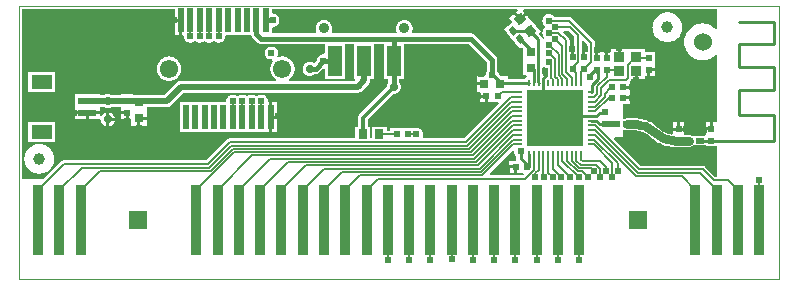
<source format=gtl>
G04*
G04 #@! TF.GenerationSoftware,Altium Limited,Altium Designer,19.0.15 (446)*
G04*
G04 Layer_Physical_Order=1*
G04 Layer_Color=255*
%FSLAX24Y24*%
%MOIN*%
G70*
G01*
G75*
%ADD12C,0.0060*%
%ADD16C,0.0005*%
%ADD17R,0.0197X0.0236*%
%ADD18R,0.0300X0.0320*%
%ADD19R,0.0256X0.0197*%
%ADD20R,0.0236X0.0217*%
%ADD21O,0.0256X0.0079*%
%ADD22O,0.0079X0.0256*%
%ADD23R,0.1850X0.1850*%
%ADD25R,0.0610X0.0236*%
%ADD26R,0.0709X0.0472*%
%ADD27R,0.0472X0.0984*%
%ADD28R,0.0315X0.0295*%
%ADD29C,0.0394*%
G04:AMPARAMS|DCode=30|XSize=31.5mil|YSize=29.5mil|CornerRadius=0mil|HoleSize=0mil|Usage=FLASHONLY|Rotation=40.000|XOffset=0mil|YOffset=0mil|HoleType=Round|Shape=Rectangle|*
%AMROTATEDRECTD30*
4,1,4,-0.0026,-0.0214,-0.0216,0.0012,0.0026,0.0214,0.0216,-0.0012,-0.0026,-0.0214,0.0*
%
%ADD30ROTATEDRECTD30*%

G04:AMPARAMS|DCode=31|XSize=19.7mil|YSize=25.6mil|CornerRadius=0mil|HoleSize=0mil|Usage=FLASHONLY|Rotation=40.000|XOffset=0mil|YOffset=0mil|HoleType=Round|Shape=Rectangle|*
%AMROTATEDRECTD31*
4,1,4,0.0007,-0.0161,-0.0158,0.0035,-0.0007,0.0161,0.0158,-0.0035,0.0007,-0.0161,0.0*
%
%ADD31ROTATEDRECTD31*%

%ADD32R,0.0236X0.0197*%
%ADD33R,0.0374X0.0335*%
%ADD34R,0.0295X0.0315*%
%ADD55C,0.0610*%
%ADD59C,0.0300*%
%ADD60C,0.0276*%
%ADD61R,0.0354X0.2362*%
%ADD62R,0.0197X0.0787*%
%ADD63C,0.0100*%
%ADD64C,0.0120*%
%ADD65C,0.0090*%
%ADD66C,0.0200*%
%ADD67C,0.0150*%
%ADD68C,0.0110*%
%ADD69C,0.0080*%
%ADD70C,0.0354*%
%ADD71R,0.0600X0.0600*%
%ADD72C,0.0600*%
%ADD73C,0.0240*%
%ADD74C,0.0260*%
G36*
X23269Y8361D02*
X23219Y8342D01*
X23215Y8346D01*
X23179Y8379D01*
X23142Y8409D01*
X23102Y8435D01*
X23060Y8459D01*
X23016Y8479D01*
X22971Y8496D01*
X22925Y8509D01*
X22878Y8518D01*
X22830Y8524D01*
X22782Y8526D01*
X22734Y8524D01*
X22686Y8518D01*
X22639Y8509D01*
X22593Y8496D01*
X22547Y8479D01*
X22504Y8459D01*
X22462Y8435D01*
X22422Y8409D01*
X22384Y8379D01*
X22349Y8346D01*
X22316Y8311D01*
X22286Y8273D01*
X22260Y8233D01*
X22236Y8191D01*
X22216Y8148D01*
X22199Y8103D01*
X22186Y8056D01*
X22177Y8009D01*
X22171Y7961D01*
X22169Y7913D01*
X22171Y7865D01*
X22177Y7818D01*
X22186Y7770D01*
X22199Y7724D01*
X22216Y7679D01*
X22236Y7635D01*
X22260Y7593D01*
X22286Y7553D01*
X22316Y7516D01*
X22349Y7480D01*
X22384Y7448D01*
X22422Y7418D01*
X22462Y7391D01*
X22504Y7368D01*
X22547Y7348D01*
X22593Y7331D01*
X22639Y7318D01*
X22686Y7309D01*
X22734Y7303D01*
X22782Y7301D01*
X22830Y7303D01*
X22878Y7309D01*
X22925Y7318D01*
X22971Y7331D01*
X23016Y7348D01*
X23060Y7368D01*
X23102Y7391D01*
X23142Y7418D01*
X23179Y7448D01*
X23215Y7480D01*
X23219Y7485D01*
X23269Y7466D01*
Y5224D01*
X23129D01*
Y5006D01*
X23079D01*
Y4956D01*
X22881D01*
Y4808D01*
X22881Y4787D01*
X22842Y4760D01*
X22531D01*
X22531Y4760D01*
X22513D01*
Y4760D01*
X22461Y4760D01*
X22456Y4764D01*
X22435Y4779D01*
X22411Y4791D01*
X22386Y4799D01*
X22361Y4804D01*
X22334Y4806D01*
X22180D01*
Y4952D01*
X21783D01*
Y4858D01*
X21733Y4818D01*
X21717Y4821D01*
X21667Y4832D01*
X21617Y4847D01*
X21569Y4866D01*
X21522Y4887D01*
X21476Y4911D01*
X21432Y4939D01*
X21390Y4969D01*
X21350Y5001D01*
X21349Y5003D01*
X21313Y5037D01*
X21313Y5037D01*
X21268Y5080D01*
X21221Y5119D01*
X21171Y5157D01*
X21120Y5191D01*
X21067Y5222D01*
X21012Y5251D01*
X20955Y5276D01*
X20897Y5298D01*
X20839Y5317D01*
X20779Y5332D01*
X20718Y5344D01*
X20657Y5353D01*
X20595Y5358D01*
X20533Y5360D01*
Y5360D01*
X20266D01*
X20240Y5358D01*
X20214Y5353D01*
X20189Y5345D01*
X20170Y5335D01*
X20151Y5341D01*
X20127Y5354D01*
X20119Y5362D01*
Y5841D01*
X20364D01*
Y5990D01*
X20146D01*
Y6090D01*
X20364D01*
Y6191D01*
X20364D01*
Y6340D01*
X20146D01*
Y6440D01*
X20364D01*
Y6588D01*
X20390Y6627D01*
X20394Y6633D01*
X20405Y6650D01*
X20413Y6669D01*
X20415Y6676D01*
X20524D01*
Y6943D01*
X20624D01*
Y6676D01*
X20861D01*
Y6755D01*
X20939D01*
Y6973D01*
X20989D01*
Y7023D01*
X21187D01*
Y7148D01*
Y7585D01*
X20861D01*
Y7663D01*
X20053D01*
Y7396D01*
X19953D01*
Y7663D01*
X19716D01*
Y7585D01*
X19639D01*
Y7366D01*
X19539D01*
Y7585D01*
X19299D01*
Y7366D01*
X19199D01*
Y7585D01*
X19191D01*
Y7885D01*
X19190Y7906D01*
X19185Y7926D01*
X19177Y7945D01*
X19167Y7962D01*
X19153Y7978D01*
X18423Y8708D01*
X18407Y8721D01*
X18390Y8732D01*
X18371Y8740D01*
X18351Y8745D01*
X18331Y8746D01*
X17838D01*
X17836Y8750D01*
X17817Y8772D01*
X17795Y8791D01*
X17771Y8807D01*
X17745Y8820D01*
X17718Y8829D01*
X17689Y8834D01*
X17661Y8836D01*
X17632Y8834D01*
X17604Y8829D01*
X17576Y8820D01*
X17550Y8807D01*
X17526Y8791D01*
X17505Y8772D01*
X17486Y8750D01*
X17470Y8726D01*
X17457Y8700D01*
X17448Y8673D01*
X17442Y8645D01*
X17440Y8616D01*
X17442Y8587D01*
X17448Y8559D01*
X17457Y8531D01*
X17470Y8506D01*
X17486Y8482D01*
X17505Y8460D01*
X17520Y8447D01*
X17524Y8416D01*
X17520Y8385D01*
X17505Y8372D01*
X17486Y8350D01*
X17470Y8326D01*
X17457Y8300D01*
X17448Y8273D01*
X17442Y8245D01*
X17440Y8216D01*
X17442Y8187D01*
X17448Y8159D01*
X17457Y8131D01*
X17470Y8106D01*
X17486Y8082D01*
X17505Y8060D01*
X17512Y8054D01*
X17508Y8002D01*
X17506Y8001D01*
X17489Y8003D01*
X17451Y8026D01*
X17450Y8032D01*
X17441Y8053D01*
X17429Y8072D01*
X17414Y8090D01*
X17344Y8160D01*
X17346Y8210D01*
X17386Y8244D01*
X17068Y8623D01*
X17068Y8623D01*
X17045Y8651D01*
X16918Y8802D01*
X16721Y8637D01*
X16688Y8675D01*
X16650Y8643D01*
X16491Y8833D01*
X16332Y8699D01*
X16451Y8557D01*
X16170Y8322D01*
X16379Y8074D01*
X16411Y8035D01*
X16704Y7686D01*
X16752Y7726D01*
X16791Y7686D01*
Y7330D01*
X16791D01*
Y7294D01*
X16791D01*
Y6798D01*
X16900D01*
X16915Y6765D01*
X16916Y6748D01*
X16904Y6738D01*
X16890Y6721D01*
X16878Y6703D01*
X16871Y6686D01*
X16282D01*
Y6767D01*
X16049D01*
X15990Y6826D01*
X15989Y6836D01*
X15983Y6864D01*
X15974Y6892D01*
X15961Y6917D01*
X15946Y6941D01*
Y7315D01*
X15944Y7338D01*
X15940Y7360D01*
X15933Y7382D01*
X15922Y7403D01*
X15910Y7422D01*
X15894Y7439D01*
X15191Y8143D01*
X15174Y8158D01*
X15155Y8170D01*
X15134Y8181D01*
X15112Y8188D01*
X15090Y8192D01*
X15067Y8194D01*
X13122D01*
X13098Y8229D01*
X13092Y8244D01*
X13102Y8268D01*
X13111Y8298D01*
X13116Y8329D01*
X13118Y8360D01*
X13116Y8391D01*
X13111Y8421D01*
X13102Y8451D01*
X13090Y8480D01*
X13075Y8507D01*
X13057Y8533D01*
X13036Y8556D01*
X13013Y8577D01*
X12988Y8595D01*
X12960Y8610D01*
X12932Y8622D01*
X12902Y8630D01*
X12871Y8635D01*
X12840Y8637D01*
X12809Y8635D01*
X12778Y8630D01*
X12748Y8622D01*
X12720Y8610D01*
X12692Y8595D01*
X12667Y8577D01*
X12644Y8556D01*
X12623Y8533D01*
X12605Y8507D01*
X12590Y8480D01*
X12578Y8451D01*
X12569Y8421D01*
X12564Y8391D01*
X12562Y8360D01*
X12564Y8329D01*
X12569Y8298D01*
X12578Y8268D01*
X12588Y8244D01*
X12582Y8229D01*
X12558Y8194D01*
X10445D01*
X10420Y8229D01*
X10415Y8244D01*
X10425Y8268D01*
X10433Y8298D01*
X10439Y8329D01*
X10440Y8360D01*
X10439Y8391D01*
X10433Y8421D01*
X10425Y8451D01*
X10413Y8480D01*
X10398Y8507D01*
X10380Y8533D01*
X10359Y8556D01*
X10336Y8577D01*
X10310Y8595D01*
X10283Y8610D01*
X10254Y8622D01*
X10225Y8630D01*
X10194Y8635D01*
X10163Y8637D01*
X10132Y8635D01*
X10101Y8630D01*
X10071Y8622D01*
X10042Y8610D01*
X10015Y8595D01*
X9990Y8577D01*
X9967Y8556D01*
X9946Y8533D01*
X9928Y8507D01*
X9913Y8480D01*
X9901Y8451D01*
X9892Y8421D01*
X9887Y8391D01*
X9885Y8360D01*
X9887Y8329D01*
X9892Y8298D01*
X9901Y8268D01*
X9911Y8244D01*
X9905Y8229D01*
X9881Y8194D01*
X8426D01*
Y8362D01*
X8458Y8410D01*
X8487Y8411D01*
X8515Y8417D01*
X8542Y8426D01*
X8568Y8439D01*
X8592Y8455D01*
X8614Y8474D01*
X8633Y8496D01*
X8649Y8520D01*
X8662Y8546D01*
X8671Y8573D01*
X8677Y8601D01*
X8679Y8630D01*
X8677Y8659D01*
X8671Y8687D01*
X8662Y8714D01*
X8649Y8740D01*
X8633Y8764D01*
X8614Y8786D01*
X8592Y8805D01*
X8568Y8821D01*
X8542Y8834D01*
X8515Y8843D01*
X8487Y8849D01*
X8458Y8851D01*
X8426Y8899D01*
Y8991D01*
X16607D01*
X16624Y8945D01*
X16567Y8897D01*
X16695Y8746D01*
X16853Y8879D01*
X16797Y8946D01*
X16818Y8991D01*
X23269D01*
Y8361D01*
D02*
G37*
G36*
X18931Y7831D02*
Y7624D01*
X18879D01*
Y7406D01*
X18779D01*
Y7624D01*
X18772D01*
Y7925D01*
X18818Y7944D01*
X18931Y7831D01*
D02*
G37*
G36*
X18511Y8093D02*
Y7624D01*
X18499D01*
Y7406D01*
X18399D01*
Y7624D01*
X18349D01*
Y7968D01*
X18347Y7989D01*
X18342Y8008D01*
X18334Y8027D01*
X18324Y8045D01*
X18310Y8060D01*
X18132Y8239D01*
X18151Y8285D01*
X18319D01*
X18511Y8093D01*
D02*
G37*
G36*
X17526Y7061D02*
X17550Y7045D01*
X17576Y7032D01*
X17604Y7023D01*
X17616Y7020D01*
Y6778D01*
X17611Y6777D01*
X17589Y6772D01*
X17569Y6764D01*
X17554Y6754D01*
X17539Y6764D01*
X17518Y6772D01*
X17497Y6777D01*
X17475Y6779D01*
X17457Y6796D01*
Y7059D01*
X17499Y7077D01*
X17507Y7078D01*
X17526Y7061D01*
D02*
G37*
G36*
X15595Y7242D02*
Y6941D01*
X15580Y6917D01*
X15567Y6892D01*
X15558Y6864D01*
X15552Y6836D01*
X15550Y6807D01*
X15506Y6767D01*
X15256D01*
Y6560D01*
X15503D01*
Y6460D01*
X15256D01*
Y6252D01*
X15354D01*
Y6150D01*
X15572D01*
Y6100D01*
X15622D01*
Y5901D01*
X15975D01*
X15994Y5855D01*
X14831Y4692D01*
X13485D01*
X13461Y4722D01*
X13453Y4742D01*
X13460Y4763D01*
X13465Y4791D01*
X13467Y4820D01*
X13465Y4849D01*
X13460Y4877D01*
X13451Y4904D01*
X13438Y4930D01*
X13422Y4954D01*
X13403Y4976D01*
X13381Y4995D01*
X13357Y5011D01*
X13331Y5024D01*
X13304Y5033D01*
X13276Y5039D01*
X13247Y5040D01*
X13218Y5039D01*
X13190Y5033D01*
X13176Y5028D01*
X12365D01*
Y4950D01*
X12255D01*
Y5080D01*
X11755D01*
Y4692D01*
X11705D01*
Y5080D01*
X11616D01*
Y5312D01*
X12478Y6174D01*
X12488Y6174D01*
X12515Y6175D01*
X12541Y6180D01*
X12567Y6187D01*
X12592Y6197D01*
X12615Y6210D01*
X12637Y6226D01*
X12657Y6243D01*
X12675Y6263D01*
X12690Y6285D01*
X12703Y6308D01*
X12713Y6333D01*
X12721Y6359D01*
X12725Y6385D01*
X12727Y6412D01*
X12725Y6438D01*
X12721Y6465D01*
X12713Y6490D01*
X12703Y6515D01*
X12690Y6538D01*
X12675Y6560D01*
X12661Y6575D01*
Y6685D01*
X12822D01*
Y7843D01*
X14994D01*
X15595Y7242D01*
D02*
G37*
G36*
X16490Y4272D02*
X16499Y4265D01*
X16501Y4240D01*
X16507Y4212D01*
X16516Y4185D01*
X16529Y4159D01*
X16545Y4135D01*
X16564Y4113D01*
X16569Y4108D01*
Y4029D01*
X16571Y4006D01*
X16573Y3998D01*
X16550Y3958D01*
X16543Y3951D01*
X16537Y3948D01*
X16334D01*
Y3800D01*
X16552D01*
Y3750D01*
X16602D01*
Y3551D01*
X16794D01*
X16818Y3501D01*
X16804Y3482D01*
X15711D01*
X15692Y3528D01*
X16450Y4287D01*
X16490Y4272D01*
D02*
G37*
G36*
X20189Y4974D02*
X20214Y4966D01*
X20240Y4961D01*
X20266Y4959D01*
X20533D01*
X20537Y4959D01*
X20583Y4958D01*
X20633Y4952D01*
X20683Y4944D01*
X20731Y4931D01*
X20779Y4915D01*
X20825Y4896D01*
X20870Y4874D01*
X20913Y4848D01*
X20954Y4820D01*
X20993Y4788D01*
X20994Y4788D01*
X21030Y4754D01*
X21030Y4754D01*
X21078Y4708D01*
X21129Y4665D01*
X21182Y4624D01*
X21238Y4587D01*
X21295Y4553D01*
X21355Y4523D01*
X21416Y4496D01*
X21478Y4472D01*
X21542Y4451D01*
X21606Y4435D01*
X21672Y4422D01*
X21738Y4412D01*
X21805Y4407D01*
X21871Y4405D01*
Y4405D01*
X22334D01*
X22361Y4407D01*
X22386Y4412D01*
X22411Y4420D01*
X22435Y4432D01*
X22456Y4446D01*
X22466Y4455D01*
X22513Y4464D01*
X22531D01*
X22531Y4464D01*
X22887D01*
Y4464D01*
X22931Y4450D01*
Y4444D01*
X23228D01*
X23269Y4423D01*
Y3419D01*
X23202D01*
X22874Y3747D01*
X22859Y3760D01*
X22841Y3771D01*
X22822Y3779D01*
X22802Y3784D01*
X22782Y3785D01*
X20734D01*
X19836Y4683D01*
X19855Y4730D01*
X20119D01*
Y4957D01*
X20127Y4965D01*
X20151Y4978D01*
X20170Y4984D01*
X20189Y4974D01*
D02*
G37*
G36*
X5195Y8680D02*
X5393D01*
Y8630D01*
X5443D01*
Y8135D01*
X5488Y8100D01*
X5490Y8071D01*
X5495Y8043D01*
X5505Y8016D01*
X5517Y7990D01*
X5533Y7966D01*
X5552Y7944D01*
X5574Y7925D01*
X5598Y7909D01*
X5624Y7896D01*
X5651Y7887D01*
X5680Y7881D01*
X5708Y7880D01*
X5737Y7881D01*
X5765Y7887D01*
X5793Y7896D01*
X5819Y7909D01*
X5843Y7925D01*
X5866Y7943D01*
X5889Y7925D01*
X5913Y7909D01*
X5939Y7896D01*
X5966Y7887D01*
X5995Y7881D01*
X6023Y7880D01*
X6052Y7881D01*
X6080Y7887D01*
X6108Y7896D01*
X6134Y7909D01*
X6158Y7925D01*
X6179Y7944D01*
X6182D01*
X6203Y7925D01*
X6227Y7909D01*
X6253Y7896D01*
X6280Y7887D01*
X6309Y7881D01*
X6338Y7880D01*
X6366Y7881D01*
X6395Y7887D01*
X6422Y7896D01*
X6448Y7909D01*
X6472Y7925D01*
X6495Y7943D01*
X6519Y7925D01*
X6543Y7909D01*
X6569Y7896D01*
X6596Y7887D01*
X6624Y7881D01*
X6653Y7880D01*
X6682Y7881D01*
X6710Y7887D01*
X6738Y7896D01*
X6763Y7909D01*
X6787Y7925D01*
X6809Y7944D01*
X6828Y7966D01*
X6844Y7990D01*
X6857Y8016D01*
X6866Y8043D01*
X6872Y8071D01*
X6874Y8100D01*
X6920Y8136D01*
X7740D01*
X7744Y8117D01*
X7751Y8095D01*
X7761Y8075D01*
X7774Y8056D01*
X7789Y8038D01*
X7933Y7894D01*
X7950Y7879D01*
X7969Y7867D01*
X7990Y7856D01*
X8011Y7849D01*
X8034Y7845D01*
X8057Y7843D01*
X10181D01*
Y7545D01*
X10147Y7497D01*
X10118Y7496D01*
X10090Y7490D01*
X10063Y7481D01*
X10037Y7468D01*
X10013Y7452D01*
X9991Y7433D01*
X9972Y7411D01*
X9956Y7387D01*
X9943Y7361D01*
X9934Y7334D01*
X9929Y7307D01*
X9827Y7205D01*
X9815Y7213D01*
X9792Y7226D01*
X9767Y7237D01*
X9741Y7244D01*
X9715Y7248D01*
X9688Y7250D01*
X9662Y7248D01*
X9635Y7244D01*
X9610Y7237D01*
X9585Y7226D01*
X9562Y7213D01*
X9540Y7198D01*
X9520Y7180D01*
X9502Y7160D01*
X9487Y7138D01*
X9474Y7115D01*
X9464Y7090D01*
X9456Y7065D01*
X9452Y7038D01*
X9450Y7012D01*
X9452Y6985D01*
X9456Y6959D01*
X9464Y6933D01*
X9474Y6908D01*
X9487Y6885D01*
X9502Y6863D01*
X9520Y6843D01*
X9540Y6826D01*
X9562Y6810D01*
X9585Y6797D01*
X9610Y6787D01*
X9635Y6780D01*
X9662Y6775D01*
X9688Y6774D01*
X9715Y6775D01*
X9741Y6780D01*
X9767Y6787D01*
X9792Y6797D01*
X9815Y6810D01*
X9837Y6826D01*
X9849Y6836D01*
X9882D01*
X9905Y6838D01*
X9927Y6842D01*
X9949Y6850D01*
X9970Y6860D01*
X9989Y6873D01*
X10006Y6888D01*
X10131Y7013D01*
X10181Y6992D01*
Y6685D01*
X10853D01*
Y7843D01*
X11165D01*
Y6685D01*
X11184D01*
X11209Y6635D01*
X11194Y6615D01*
X8994D01*
X8993Y6616D01*
X8982Y6665D01*
X9005Y6679D01*
X9037Y6702D01*
X9066Y6729D01*
X9093Y6759D01*
X9116Y6791D01*
X9137Y6825D01*
X9154Y6861D01*
X9167Y6898D01*
X9177Y6937D01*
X9183Y6976D01*
X9185Y7016D01*
X9183Y7056D01*
X9177Y7095D01*
X9167Y7134D01*
X9154Y7171D01*
X9137Y7207D01*
X9116Y7241D01*
X9093Y7273D01*
X9066Y7303D01*
X9037Y7329D01*
X9005Y7353D01*
X8970Y7374D01*
X8934Y7391D01*
X8897Y7404D01*
X8858Y7414D01*
X8819Y7420D01*
X8779Y7422D01*
X8739Y7420D01*
X8700Y7414D01*
X8661Y7404D01*
X8644Y7398D01*
X8625Y7412D01*
X8609Y7438D01*
X8617Y7454D01*
X8626Y7481D01*
X8632Y7510D01*
X8633Y7539D01*
X8632Y7567D01*
X8626Y7596D01*
X8617Y7623D01*
X8604Y7649D01*
X8588Y7673D01*
X8569Y7694D01*
X8547Y7713D01*
X8523Y7729D01*
X8497Y7742D01*
X8470Y7751D01*
X8442Y7757D01*
X8413Y7759D01*
X8384Y7757D01*
X8356Y7751D01*
X8329Y7742D01*
X8303Y7729D01*
X8279Y7713D01*
X8257Y7694D01*
X8238Y7673D01*
X8222Y7649D01*
X8209Y7623D01*
X8200Y7596D01*
X8194Y7567D01*
X8192Y7539D01*
X8194Y7510D01*
X8200Y7481D01*
X8209Y7454D01*
X8222Y7428D01*
X8238Y7404D01*
X8257Y7383D01*
X8279Y7364D01*
X8303Y7348D01*
X8329Y7335D01*
X8356Y7326D01*
X8384Y7320D01*
X8413Y7318D01*
X8440Y7320D01*
X8443Y7318D01*
X8466Y7274D01*
X8466Y7273D01*
X8442Y7241D01*
X8422Y7207D01*
X8404Y7171D01*
X8391Y7134D01*
X8381Y7095D01*
X8376Y7056D01*
X8374Y7016D01*
X8376Y6976D01*
X8381Y6937D01*
X8391Y6898D01*
X8404Y6861D01*
X8422Y6825D01*
X8442Y6791D01*
X8466Y6759D01*
X8492Y6729D01*
X8522Y6702D01*
X8554Y6679D01*
X8577Y6665D01*
X8565Y6616D01*
X8565Y6615D01*
X5394D01*
X5394Y6615D01*
X5368Y6613D01*
X5343Y6608D01*
X5318Y6600D01*
X5294Y6588D01*
X5272Y6573D01*
X5253Y6556D01*
X5253Y6556D01*
X4833Y6137D01*
X4251D01*
Y6145D01*
X3808D01*
Y6154D01*
X3411D01*
Y6137D01*
X3087D01*
X3086Y6138D01*
X3062Y6151D01*
X3038Y6161D01*
X3012Y6168D01*
X2986Y6173D01*
X2959Y6174D01*
X2932Y6173D01*
X2906Y6168D01*
X2880Y6161D01*
X2856Y6151D01*
X2832Y6138D01*
X2831Y6137D01*
X2684D01*
Y6155D01*
X1874D01*
Y5718D01*
Y5593D01*
X2684D01*
Y5736D01*
X2830D01*
X2832Y5735D01*
X2856Y5722D01*
X2880Y5711D01*
X2906Y5704D01*
X2932Y5700D01*
X2959Y5698D01*
X2986Y5700D01*
X3012Y5704D01*
X3038Y5711D01*
X3062Y5722D01*
X3086Y5735D01*
X3088Y5736D01*
X3411D01*
Y5593D01*
X3609D01*
Y5543D01*
X3659D01*
Y5324D01*
X3736D01*
Y5118D01*
X3943D01*
Y5365D01*
X3993D01*
Y5415D01*
X4251D01*
Y5613D01*
X4251D01*
Y5649D01*
X4251D01*
Y5736D01*
X4916D01*
X4943Y5738D01*
X4968Y5743D01*
X4993Y5751D01*
X5017Y5763D01*
X5038Y5777D01*
X5058Y5795D01*
X5477Y6214D01*
X11294D01*
X11321Y6216D01*
X11346Y6221D01*
X11371Y6229D01*
X11395Y6241D01*
X11416Y6255D01*
X11436Y6273D01*
X11643Y6480D01*
X11660Y6499D01*
X11675Y6521D01*
X11687Y6545D01*
X11695Y6570D01*
X11700Y6595D01*
X11702Y6621D01*
Y6685D01*
X11838D01*
Y7843D01*
X12149D01*
Y6685D01*
X12310D01*
Y6569D01*
X12302Y6560D01*
X12287Y6538D01*
X12274Y6515D01*
X12264Y6490D01*
X12256Y6465D01*
X12252Y6438D01*
X12250Y6412D01*
X12251Y6401D01*
X11342Y5492D01*
X11325Y5473D01*
X11312Y5451D01*
X11302Y5428D01*
X11296Y5403D01*
X11294Y5378D01*
Y5080D01*
X11205D01*
Y4692D01*
X7025D01*
X7005Y4691D01*
X6985Y4686D01*
X6966Y4678D01*
X6949Y4667D01*
X6933Y4654D01*
X6238Y3959D01*
X1493D01*
X1473Y3957D01*
X1453Y3953D01*
X1434Y3945D01*
X1416Y3934D01*
X1401Y3921D01*
X832Y3352D01*
X103D01*
Y8991D01*
X5195D01*
Y8680D01*
D02*
G37*
%LPC*%
G36*
X21610Y8896D02*
X21567Y8894D01*
X21524Y8889D01*
X21482Y8879D01*
X21440Y8866D01*
X21400Y8850D01*
X21362Y8830D01*
X21325Y8806D01*
X21291Y8780D01*
X21259Y8751D01*
X21230Y8719D01*
X21204Y8685D01*
X21180Y8648D01*
X21160Y8610D01*
X21144Y8570D01*
X21131Y8528D01*
X21121Y8486D01*
X21116Y8443D01*
X21114Y8400D01*
X21116Y8357D01*
X21121Y8314D01*
X21131Y8272D01*
X21144Y8230D01*
X21160Y8190D01*
X21180Y8152D01*
X21204Y8115D01*
X21230Y8081D01*
X21259Y8049D01*
X21291Y8020D01*
X21325Y7994D01*
X21362Y7970D01*
X21400Y7950D01*
X21440Y7934D01*
X21482Y7921D01*
X21524Y7911D01*
X21567Y7906D01*
X21610Y7904D01*
X21653Y7906D01*
X21696Y7911D01*
X21738Y7921D01*
X21780Y7934D01*
X21820Y7950D01*
X21858Y7970D01*
X21895Y7994D01*
X21929Y8020D01*
X21961Y8049D01*
X21990Y8081D01*
X22016Y8115D01*
X22040Y8152D01*
X22060Y8190D01*
X22076Y8230D01*
X22089Y8272D01*
X22099Y8314D01*
X22104Y8357D01*
X22106Y8400D01*
X22104Y8443D01*
X22099Y8486D01*
X22089Y8528D01*
X22076Y8570D01*
X22060Y8610D01*
X22040Y8648D01*
X22016Y8685D01*
X21990Y8719D01*
X21961Y8751D01*
X21929Y8780D01*
X21895Y8806D01*
X21858Y8830D01*
X21820Y8850D01*
X21780Y8866D01*
X21738Y8879D01*
X21696Y8889D01*
X21653Y8894D01*
X21610Y8896D01*
D02*
G37*
G36*
X21187Y6923D02*
X21039D01*
Y6755D01*
X21187D01*
Y6923D01*
D02*
G37*
G36*
X23029Y5224D02*
X22881D01*
Y5056D01*
X23029D01*
Y5224D01*
D02*
G37*
G36*
X22180Y5220D02*
X22031D01*
Y5052D01*
X22180D01*
Y5220D01*
D02*
G37*
G36*
X21931D02*
X21783D01*
Y5052D01*
X21931D01*
Y5220D01*
D02*
G37*
G36*
X15522Y6050D02*
X15354D01*
Y5901D01*
X15522D01*
Y6050D01*
D02*
G37*
G36*
X16502Y3700D02*
X16334D01*
Y3551D01*
X16502D01*
Y3700D01*
D02*
G37*
G36*
X5343Y8580D02*
X5195D01*
Y8136D01*
X5343D01*
Y8580D01*
D02*
G37*
G36*
X5000Y7422D02*
X4960Y7420D01*
X4921Y7414D01*
X4882Y7404D01*
X4844Y7391D01*
X4809Y7374D01*
X4774Y7353D01*
X4742Y7329D01*
X4713Y7303D01*
X4686Y7273D01*
X4662Y7241D01*
X4642Y7207D01*
X4625Y7171D01*
X4612Y7134D01*
X4602Y7095D01*
X4596Y7056D01*
X4594Y7016D01*
X4596Y6976D01*
X4602Y6937D01*
X4612Y6898D01*
X4625Y6861D01*
X4642Y6825D01*
X4662Y6791D01*
X4686Y6759D01*
X4713Y6729D01*
X4742Y6702D01*
X4774Y6679D01*
X4809Y6658D01*
X4844Y6641D01*
X4882Y6628D01*
X4921Y6618D01*
X4960Y6612D01*
X5000Y6610D01*
X5039Y6612D01*
X5079Y6618D01*
X5117Y6628D01*
X5155Y6641D01*
X5191Y6658D01*
X5225Y6679D01*
X5257Y6702D01*
X5287Y6729D01*
X5313Y6759D01*
X5337Y6791D01*
X5357Y6825D01*
X5374Y6861D01*
X5388Y6898D01*
X5398Y6937D01*
X5403Y6976D01*
X5405Y7016D01*
X5403Y7056D01*
X5398Y7095D01*
X5388Y7134D01*
X5374Y7171D01*
X5357Y7207D01*
X5337Y7241D01*
X5313Y7273D01*
X5287Y7303D01*
X5257Y7329D01*
X5225Y7353D01*
X5191Y7374D01*
X5155Y7391D01*
X5117Y7404D01*
X5079Y7414D01*
X5039Y7420D01*
X5000Y7422D01*
D02*
G37*
G36*
X1208Y6903D02*
X299D01*
Y6230D01*
X1208D01*
Y6903D01*
D02*
G37*
G36*
X8071Y6152D02*
X8042Y6150D01*
X8013Y6145D01*
X7986Y6135D01*
X7960Y6123D01*
X7936Y6107D01*
X7915Y6088D01*
X7911D01*
X7890Y6107D01*
X7866Y6123D01*
X7840Y6135D01*
X7813Y6145D01*
X7784Y6150D01*
X7756Y6152D01*
X7727Y6150D01*
X7699Y6145D01*
X7671Y6135D01*
X7645Y6123D01*
X7621Y6107D01*
X7598Y6089D01*
X7575Y6107D01*
X7551Y6123D01*
X7525Y6135D01*
X7498Y6145D01*
X7469Y6150D01*
X7441Y6152D01*
X7412Y6150D01*
X7384Y6145D01*
X7356Y6135D01*
X7330Y6123D01*
X7306Y6107D01*
X7285Y6088D01*
X7282D01*
X7260Y6107D01*
X7236Y6123D01*
X7210Y6135D01*
X7183Y6145D01*
X7154Y6150D01*
X7126Y6152D01*
X7097Y6150D01*
X7069Y6145D01*
X7041Y6135D01*
X7015Y6123D01*
X6991Y6107D01*
X6970Y6088D01*
X6951Y6066D01*
X6935Y6042D01*
X6922Y6016D01*
X6913Y5989D01*
X6907Y5961D01*
X6905Y5932D01*
X6859Y5895D01*
X5352D01*
Y4908D01*
X8336D01*
Y5402D01*
Y5897D01*
X8291Y5932D01*
X8289Y5961D01*
X8284Y5989D01*
X8274Y6016D01*
X8262Y6042D01*
X8245Y6066D01*
X8226Y6088D01*
X8205Y6107D01*
X8181Y6123D01*
X8155Y6135D01*
X8128Y6145D01*
X8099Y6150D01*
X8071Y6152D01*
D02*
G37*
G36*
X8584Y5895D02*
X8436D01*
Y5452D01*
X8584D01*
Y5895D01*
D02*
G37*
G36*
X2909Y5559D02*
X2906Y5559D01*
X2880Y5551D01*
X2856Y5541D01*
X2832Y5528D01*
X2810Y5513D01*
X2790Y5495D01*
X2773Y5475D01*
X2757Y5453D01*
X2744Y5430D01*
X2734Y5405D01*
X2734Y5405D01*
X2684Y5412D01*
Y5493D01*
X2329D01*
Y5325D01*
X2671D01*
X2681Y5325D01*
X2702Y5312D01*
X2723Y5297D01*
X2727Y5273D01*
X2734Y5248D01*
X2744Y5223D01*
X2757Y5200D01*
X2773Y5178D01*
X2790Y5158D01*
X2810Y5140D01*
X2832Y5125D01*
X2856Y5112D01*
X2880Y5102D01*
X2906Y5094D01*
X2909Y5094D01*
Y5326D01*
Y5559D01*
D02*
G37*
G36*
X3009D02*
Y5376D01*
X3192D01*
X3191Y5379D01*
X3184Y5405D01*
X3174Y5430D01*
X3161Y5453D01*
X3145Y5475D01*
X3127Y5495D01*
X3107Y5513D01*
X3086Y5528D01*
X3062Y5541D01*
X3038Y5551D01*
X3012Y5559D01*
X3009Y5559D01*
D02*
G37*
G36*
X2229Y5493D02*
X1874D01*
Y5325D01*
X2229D01*
Y5493D01*
D02*
G37*
G36*
X3559Y5493D02*
X3411D01*
Y5324D01*
X3559D01*
Y5493D01*
D02*
G37*
G36*
X4251Y5315D02*
X4043D01*
Y5118D01*
X4251D01*
Y5315D01*
D02*
G37*
G36*
X3192Y5276D02*
X3009D01*
Y5094D01*
X3012Y5094D01*
X3038Y5102D01*
X3062Y5112D01*
X3086Y5125D01*
X3107Y5140D01*
X3127Y5158D01*
X3145Y5178D01*
X3161Y5200D01*
X3174Y5223D01*
X3184Y5248D01*
X3191Y5273D01*
X3192Y5276D01*
D02*
G37*
G36*
X8584Y5352D02*
X8436D01*
Y4908D01*
X8584D01*
Y5352D01*
D02*
G37*
G36*
X1208Y5249D02*
X299D01*
Y4577D01*
X1208D01*
Y5249D01*
D02*
G37*
G36*
X670Y4506D02*
X627Y4504D01*
X584Y4499D01*
X542Y4489D01*
X500Y4476D01*
X460Y4460D01*
X422Y4440D01*
X385Y4416D01*
X351Y4390D01*
X319Y4361D01*
X290Y4329D01*
X264Y4295D01*
X240Y4258D01*
X220Y4220D01*
X204Y4180D01*
X191Y4138D01*
X181Y4096D01*
X176Y4053D01*
X174Y4010D01*
X176Y3967D01*
X181Y3924D01*
X191Y3882D01*
X204Y3840D01*
X220Y3800D01*
X240Y3762D01*
X264Y3725D01*
X290Y3691D01*
X319Y3659D01*
X351Y3630D01*
X385Y3604D01*
X422Y3580D01*
X460Y3560D01*
X500Y3544D01*
X542Y3531D01*
X584Y3521D01*
X627Y3516D01*
X670Y3514D01*
X713Y3516D01*
X756Y3521D01*
X798Y3531D01*
X840Y3544D01*
X880Y3560D01*
X918Y3580D01*
X955Y3604D01*
X989Y3630D01*
X1021Y3659D01*
X1050Y3691D01*
X1076Y3725D01*
X1100Y3762D01*
X1120Y3800D01*
X1136Y3840D01*
X1149Y3882D01*
X1159Y3924D01*
X1164Y3967D01*
X1166Y4010D01*
X1164Y4053D01*
X1159Y4096D01*
X1149Y4138D01*
X1136Y4180D01*
X1120Y4220D01*
X1100Y4258D01*
X1076Y4295D01*
X1050Y4329D01*
X1021Y4361D01*
X989Y4390D01*
X955Y4416D01*
X918Y4440D01*
X880Y4460D01*
X840Y4476D01*
X798Y4489D01*
X756Y4499D01*
X713Y4504D01*
X670Y4506D01*
D02*
G37*
%LPD*%
D12*
X19187Y4808D02*
X20561Y3435D01*
X19060Y4808D02*
X19187D01*
X20561Y3435D02*
X22087D01*
X19958Y3600D02*
Y3867D01*
X19758Y3390D02*
Y3884D01*
X19558Y3600D02*
Y3720D01*
X19048Y3700D02*
X19148Y3600D01*
X19221Y3810D02*
X19358Y3673D01*
X19148Y4493D02*
X19758Y3884D01*
X19358Y3390D02*
Y3673D01*
X18717Y3810D02*
X19221D01*
X18748Y3590D02*
X18948Y3390D01*
X18616Y3590D02*
X18748D01*
X18668Y3700D02*
X19048D01*
X18578Y3949D02*
X18717Y3810D01*
X18798Y3920D02*
X19358D01*
X18735Y3982D02*
X18798Y3920D01*
X19060Y4651D02*
X19174D01*
X7025Y4562D02*
X14885D01*
X7071Y4452D02*
X14945D01*
X12005Y4820D02*
X12583D01*
X22782Y3655D02*
X23148Y3289D01*
X23643D01*
X20680Y3655D02*
X22782D01*
X18735Y6918D02*
X19061Y7244D01*
X17661Y8616D02*
X18331D01*
X19061Y7885D01*
X18433Y7022D02*
X18642Y7231D01*
X6338Y8100D02*
Y8630D01*
X17871Y8416D02*
X18373D01*
X18642Y8147D01*
X18218Y6897D02*
Y7968D01*
X17971Y8216D02*
X18218Y7968D01*
X17661Y8216D02*
X17971D01*
X17661Y7816D02*
X17983Y7494D01*
X18218Y6897D02*
X18420Y6695D01*
X17871Y8016D02*
X18100Y7786D01*
X17661Y7526D02*
X17865Y7322D01*
X17747Y6702D02*
Y7159D01*
X12977Y4820D02*
X13247D01*
X15350Y3682D02*
X16476Y4808D01*
X15293Y3792D02*
X16467Y4966D01*
X15236Y3902D02*
X16458Y5123D01*
X15173Y4012D02*
X16442Y5281D01*
X15116Y4122D02*
X16433Y5438D01*
X15058Y4232D02*
X16422Y5596D01*
X15002Y4342D02*
X16413Y5753D01*
X14945Y4452D02*
X16404Y5911D01*
X14885Y4562D02*
X16392Y6068D01*
X15395Y3572D02*
X16474Y4651D01*
X19358Y3920D02*
X19558Y3720D01*
X19174Y4651D02*
X19958Y3867D01*
X17473Y3415D02*
Y4169D01*
X19060Y4493D02*
X19148D01*
X19200Y4966D02*
X20621Y3545D01*
X19212Y5123D02*
X20680Y3655D01*
X18105Y3942D02*
X18658Y3390D01*
X18105Y3942D02*
Y4169D01*
X18263Y3943D02*
X18616Y3590D01*
X18263Y3943D02*
Y4169D01*
X18578Y3949D02*
Y4169D01*
X18420Y3947D02*
X18668Y3700D01*
X18420Y3947D02*
Y4169D01*
X17948Y3810D02*
X18368Y3390D01*
X17948Y3810D02*
Y4169D01*
X17792Y3674D02*
X18078Y3390D01*
X17635Y3541D02*
X17788Y3390D01*
X17473Y3415D02*
X17498Y3390D01*
X17208D02*
Y3520D01*
X17318Y3630D01*
X17790Y4169D02*
X17792Y3674D01*
X17318Y3630D02*
Y4169D01*
X17160Y3634D02*
Y4169D01*
X16878Y3352D02*
X17160Y3634D01*
X11956Y3352D02*
X16878D01*
X15441Y3462D02*
X16472Y4493D01*
X6653Y8100D02*
Y8630D01*
X6023Y8100D02*
Y8630D01*
X5708Y8100D02*
Y8630D01*
X8071Y5402D02*
Y5932D01*
X7756Y5402D02*
Y5932D01*
X7441Y5402D02*
Y5932D01*
X7126Y5402D02*
Y5932D01*
X18642Y7231D02*
Y8147D01*
X19061Y7244D02*
Y7885D01*
X18668Y649D02*
Y1969D01*
X17959Y649D02*
Y1969D01*
X17250Y649D02*
Y1969D01*
X16542Y649D02*
Y1969D01*
X15833Y649D02*
Y1969D01*
X15124Y649D02*
Y1969D01*
X14416Y658D02*
Y1969D01*
X13707Y649D02*
Y1969D01*
X12998Y649D02*
Y1969D01*
X12290Y649D02*
Y1969D01*
X636Y2971D02*
X636Y1969D01*
X636Y2971D02*
X1493Y3828D01*
X1345Y1969D02*
Y2970D01*
X2093Y3719D01*
X2053Y1969D02*
Y2969D01*
X2693Y3609D01*
X2093Y3719D02*
X6338D01*
X1493Y3828D02*
X6292D01*
X2693Y3609D02*
X6383D01*
X6338Y3719D02*
X7071Y4452D01*
X6292Y3828D02*
X7025Y4562D01*
X6383Y3609D02*
X7116Y4342D01*
X5912Y1969D02*
Y2977D01*
X7166Y4232D01*
X6620Y1969D02*
Y2976D01*
X7766Y4122D01*
X7329Y1969D02*
Y2974D01*
X8366Y4012D01*
X8038Y1969D02*
Y2973D01*
X8966Y3902D01*
X8746Y1969D02*
Y2972D01*
X9566Y3792D01*
X9455Y2970D02*
X9455Y1969D01*
X9455Y2970D02*
X10166Y3682D01*
X10164Y1969D02*
Y2969D01*
X10766Y3572D01*
X10872Y1969D02*
Y2968D01*
X11366Y3462D01*
X11581Y1969D02*
Y2976D01*
X11956Y3352D01*
X23964Y1969D02*
Y2967D01*
X23643Y3289D02*
X23964Y2967D01*
X23256Y1969D02*
Y2976D01*
X22687Y3545D02*
X23256Y2976D01*
X20621Y3545D02*
X22687D01*
X22547Y1969D02*
Y2974D01*
X22087Y3435D02*
X22547Y2974D01*
X24673Y1969D02*
Y3289D01*
X18735Y3982D02*
Y4169D01*
X17633D02*
X17635Y3541D01*
X11366Y3462D02*
X15441D01*
X16472Y4493D02*
X16678D01*
X10766Y3572D02*
X15395D01*
X16467Y4966D02*
X16678D01*
X9566Y3792D02*
X15293Y3792D01*
X16458Y5123D02*
X16678D01*
X8966Y3902D02*
X15236Y3902D01*
X8366Y4012D02*
X15173Y4012D01*
X7766Y4122D02*
X15116Y4122D01*
X7166Y4232D02*
X15058Y4232D01*
X7116Y4342D02*
X15002Y4342D01*
X10166Y3682D02*
X15350D01*
X16474Y4651D02*
X16678D01*
X17790Y4169D02*
X17791Y4167D01*
X16476Y4808D02*
X16678D01*
X16442Y5281D02*
X16678D01*
X16433Y5438D02*
X16678D01*
X16422Y5596D02*
X16678D01*
X16413Y5753D02*
X16678D01*
X16404Y5911D02*
X16678D01*
X16392Y6068D02*
X16678D01*
X18578Y6551D02*
Y6884D01*
X17790Y6551D02*
Y6658D01*
X18735Y6551D02*
Y6918D01*
X18449Y7012D02*
X18578Y6884D01*
X18100Y6848D02*
Y7786D01*
X17983Y6799D02*
Y7494D01*
X17865Y6751D02*
Y7322D01*
X17747Y6702D02*
X17790Y6658D01*
X17865Y6751D02*
X17948Y6668D01*
X17983Y6799D02*
X18105Y6677D01*
X18100Y6848D02*
X18263Y6686D01*
X17948Y6551D02*
Y6668D01*
X18105Y6551D02*
Y6677D01*
X18263Y6551D02*
Y6686D01*
X18420Y6551D02*
Y6695D01*
X19589Y6742D02*
Y6952D01*
X19278Y6431D02*
X19589Y6742D01*
X19278Y6172D02*
Y6431D01*
X19398Y6319D02*
X19398Y6121D01*
X19398Y6384D02*
X19653Y6640D01*
X19398Y6319D02*
Y6384D01*
X19589Y6952D02*
X19609Y6973D01*
X19589Y6952D02*
Y6973D01*
X19609D02*
X19946D01*
X19653Y6640D02*
X20219D01*
X20289Y6710D01*
X19060Y5123D02*
X19212D01*
X19060Y4966D02*
X19200D01*
X19946Y6973D02*
X20024Y6894D01*
X19212Y5596D02*
X19656Y6040D01*
X19060Y5596D02*
X19212D01*
X19519Y6073D02*
X19519Y6172D01*
X19200Y5753D02*
X19519Y6073D01*
X19060Y5753D02*
X19200D01*
X19187Y5911D02*
X19398Y6121D01*
X19060Y5911D02*
X19187D01*
X19174Y6068D02*
X19278Y6172D01*
X19060Y6068D02*
X19174D01*
X19656Y6040D02*
X19759D01*
X19519Y6172D02*
X19710Y6362D01*
X20506Y7366D02*
X20989D01*
X20289Y6710D02*
Y7150D01*
X20506Y7366D01*
X19913Y6920D02*
X19999D01*
X18729Y4163D02*
X18735Y4169D01*
D16*
X25315Y0D02*
Y9094D01*
X0Y0D02*
Y9094D01*
X25315D01*
X0Y0D02*
X25315D01*
D17*
X23079Y5006D02*
D03*
Y4612D02*
D03*
X21981Y4609D02*
D03*
Y5002D02*
D03*
X3609Y5543D02*
D03*
Y5936D02*
D03*
X18449Y7406D02*
D03*
Y7012D02*
D03*
X18829Y7406D02*
D03*
Y7012D02*
D03*
X20989Y7366D02*
D03*
Y6973D02*
D03*
X19249Y6973D02*
D03*
Y7366D02*
D03*
X19589Y6973D02*
D03*
Y7366D02*
D03*
X19519Y5556D02*
D03*
Y5163D02*
D03*
D18*
X11455Y4820D02*
D03*
X12005D02*
D03*
D19*
X22709Y4612D02*
D03*
X22335D02*
D03*
X20266Y5160D02*
D03*
X19892D02*
D03*
D20*
X12583Y4820D02*
D03*
X12977D02*
D03*
D21*
X16678Y6226D02*
D03*
Y6068D02*
D03*
Y5911D02*
D03*
Y5753D02*
D03*
Y5596D02*
D03*
Y5438D02*
D03*
Y5281D02*
D03*
Y5123D02*
D03*
Y4966D02*
D03*
Y4808D02*
D03*
Y4651D02*
D03*
Y4493D02*
D03*
X19060D02*
D03*
Y4651D02*
D03*
Y4808D02*
D03*
Y4966D02*
D03*
Y5123D02*
D03*
Y5281D02*
D03*
Y5438D02*
D03*
Y5596D02*
D03*
Y5753D02*
D03*
Y5911D02*
D03*
Y6068D02*
D03*
Y6226D02*
D03*
D22*
X17003Y4169D02*
D03*
X17160D02*
D03*
X17318D02*
D03*
X17475D02*
D03*
X17633D02*
D03*
X17790D02*
D03*
X17948D02*
D03*
X18105D02*
D03*
X18263D02*
D03*
X18420D02*
D03*
X18578D02*
D03*
X18735D02*
D03*
Y6551D02*
D03*
X18578D02*
D03*
X18420D02*
D03*
X18263D02*
D03*
X18105D02*
D03*
X17948D02*
D03*
X17790D02*
D03*
X17633D02*
D03*
X17475D02*
D03*
X17318D02*
D03*
X17160D02*
D03*
X17003D02*
D03*
D23*
X17869Y5360D02*
D03*
D25*
X2279Y5936D02*
D03*
Y5543D02*
D03*
D26*
X753Y6566D02*
D03*
Y4913D02*
D03*
D27*
X11501Y7277D02*
D03*
X12486D02*
D03*
X10517D02*
D03*
D28*
X3993Y5897D02*
D03*
Y5365D02*
D03*
X17049Y7577D02*
D03*
Y7046D02*
D03*
D29*
X670Y4010D02*
D03*
X21610Y8400D02*
D03*
D30*
X17030Y8268D02*
D03*
X16688Y8675D02*
D03*
D31*
X16709Y7988D02*
D03*
X16469Y8275D02*
D03*
D32*
X15966Y6100D02*
D03*
X15572D02*
D03*
X16946Y3750D02*
D03*
X16552D02*
D03*
X19752Y6390D02*
D03*
X20146D02*
D03*
X20146Y6040D02*
D03*
X19752D02*
D03*
D33*
X20003Y6943D02*
D03*
Y7396D02*
D03*
X20574D02*
D03*
Y6943D02*
D03*
D34*
X15503Y6510D02*
D03*
X16035D02*
D03*
D55*
X8779Y7016D02*
D03*
X5000D02*
D03*
D59*
X21171Y4895D02*
G03*
X21871Y4605I700J700D01*
G01*
X21171Y4895D02*
G03*
X20533Y5160I-638J-638D01*
G01*
X21871Y4605D02*
X22334D01*
X20266Y5160D02*
X20533D01*
D60*
X2959Y5936D02*
D03*
Y5326D02*
D03*
X12488Y6412D02*
D03*
X9688Y7012D02*
D03*
D61*
X636Y1969D02*
D03*
X1345D02*
D03*
X2053D02*
D03*
X5912D02*
D03*
X6620D02*
D03*
X7329D02*
D03*
X8038D02*
D03*
X8746D02*
D03*
X9455D02*
D03*
X10164D02*
D03*
X10872D02*
D03*
X11581D02*
D03*
X12290D02*
D03*
X12998D02*
D03*
X13707D02*
D03*
X14416D02*
D03*
X15124D02*
D03*
X15833D02*
D03*
X16542D02*
D03*
X17250D02*
D03*
X17959D02*
D03*
X18668D02*
D03*
X22547D02*
D03*
X23256D02*
D03*
X23964D02*
D03*
X24673D02*
D03*
D62*
X5551Y5402D02*
D03*
X5866D02*
D03*
X5393Y8630D02*
D03*
X5708D02*
D03*
X6023D02*
D03*
X6181Y5402D02*
D03*
X6338Y8630D02*
D03*
X6496Y5402D02*
D03*
X7126D02*
D03*
X6968Y8630D02*
D03*
X7441Y5402D02*
D03*
X7283Y8630D02*
D03*
X7756Y5402D02*
D03*
X7598Y8630D02*
D03*
X8071Y5402D02*
D03*
X7913Y8630D02*
D03*
X8386Y5402D02*
D03*
X8228Y8630D02*
D03*
X6811Y5402D02*
D03*
X6653Y8630D02*
D03*
D63*
X22708Y4615D02*
X23061D01*
X23081Y4605D02*
X25156D01*
X16719Y4029D02*
Y4269D01*
Y4029D02*
X16946Y3803D01*
X23987Y7839D02*
X25156D01*
X23997Y6289D02*
X25156D01*
X23997Y5479D02*
X25156D01*
X23987Y7069D02*
X25156D01*
X23989Y8579D02*
X25156D01*
Y7839D02*
Y8579D01*
Y4605D02*
Y5479D01*
Y6289D02*
Y7069D01*
X23987D02*
Y7839D01*
X23997Y5479D02*
Y6289D01*
X19039Y6749D02*
Y6807D01*
X19205Y6973D01*
X19249D01*
X19089Y6459D02*
X19299Y6669D01*
X19239Y6933D02*
X19299Y6872D01*
Y6669D02*
Y6872D01*
X19089Y6255D02*
Y6459D01*
X19060Y6226D02*
X19089Y6255D01*
X16946Y3750D02*
Y3803D01*
X16519Y3782D02*
X16552Y3750D01*
D64*
X11455Y5378D02*
X12488Y6412D01*
X11455Y4820D02*
Y5378D01*
D65*
X16036Y6574D02*
X16070Y6541D01*
X17003Y4169D02*
X17003Y3750D01*
X17311Y6557D02*
Y7987D01*
Y6557D02*
X17318Y6551D01*
X17549Y6780D02*
Y6950D01*
X17475Y6706D02*
X17549Y6780D01*
X17475Y6551D02*
Y6706D01*
X16469Y8275D02*
X17023D01*
X17160Y6563D02*
Y7015D01*
X18112Y5440D02*
X19247D01*
X19360Y5553D02*
X19522D01*
X19247Y5440D02*
X19360Y5553D01*
X19369Y5159D02*
X19522D01*
X19247Y5281D02*
X19369Y5159D01*
X19060Y5281D02*
X19247D01*
X15803Y6807D02*
X16036Y6574D01*
X16070Y6541D02*
X16999D01*
X17475Y6226D02*
Y6551D01*
X17030Y8268D02*
X17311Y7987D01*
D66*
X3993Y5936D02*
X4916D01*
X2279D02*
X3993D01*
X5394Y6414D02*
X11294D01*
X4916Y5936D02*
X5394Y6414D01*
X11501Y6621D02*
Y7277D01*
X11294Y6414D02*
X11501Y6621D01*
X19519Y5161D02*
X19872D01*
D67*
X15770Y6807D02*
Y7315D01*
X9882Y7012D02*
X10147Y7277D01*
X9688Y7012D02*
X9882D01*
X12486Y6414D02*
Y7277D01*
X12489Y8019D02*
X15067D01*
X10147Y7277D02*
X10517D01*
X8228Y8630D02*
X8458D01*
X15067Y8019D02*
X15770Y7315D01*
X8057Y8019D02*
X12489Y8019D01*
X12486Y8015D02*
X12489Y8019D01*
X12486Y7277D02*
Y8015D01*
X7913Y8162D02*
Y8630D01*
Y8162D02*
X8057Y8019D01*
D68*
X17049Y7577D02*
Y7649D01*
X16709Y7988D02*
X17049Y7649D01*
D69*
X15967Y6107D02*
X16086Y6226D01*
X16678D01*
D70*
X10163Y8360D02*
D03*
X12840D02*
D03*
D71*
X3964Y1970D02*
D03*
X20619D02*
D03*
D72*
X22782Y7913D02*
D03*
D73*
X19958Y3600D02*
D03*
X19758Y3390D02*
D03*
X19558Y3600D02*
D03*
X19148D02*
D03*
X18948Y3390D02*
D03*
X19358D02*
D03*
X21851Y7405D02*
D03*
X13871Y4805D02*
D03*
X21411Y3942D02*
D03*
X22792Y4265D02*
D03*
X22292D02*
D03*
X21792D02*
D03*
X21692Y4974D02*
D03*
X21292Y4395D02*
D03*
Y5255D02*
D03*
X20792Y4754D02*
D03*
X23121Y8715D02*
D03*
Y7205D02*
D03*
Y5525D02*
D03*
Y3943D02*
D03*
X22241Y5002D02*
D03*
X22821Y4982D02*
D03*
X8413Y7539D02*
D03*
X6383Y6049D02*
D03*
X5533D02*
D03*
X7793Y4810D02*
D03*
X17661Y8216D02*
D03*
Y7816D02*
D03*
X13247Y4820D02*
D03*
X16719Y4269D02*
D03*
X17498Y3390D02*
D03*
X17788D02*
D03*
X18658D02*
D03*
X18368D02*
D03*
X18078D02*
D03*
X17208D02*
D03*
X16272Y3630D02*
D03*
X15770Y6807D02*
D03*
X6224Y7780D02*
D03*
X5364D02*
D03*
X4224Y7100D02*
D03*
X2224D02*
D03*
X20427Y4395D02*
D03*
X20792Y5475D02*
D03*
X14474Y7710D02*
D03*
X13344Y6890D02*
D03*
X12004Y7190D02*
D03*
X11004D02*
D03*
X13874Y5770D02*
D03*
X12874D02*
D03*
X11174Y5780D02*
D03*
X9674D02*
D03*
X15075Y5290D02*
D03*
X5034Y5490D02*
D03*
X4750Y6390D02*
D03*
X6833Y4809D02*
D03*
X5534Y4080D02*
D03*
X3764D02*
D03*
X1994D02*
D03*
X224Y3560D02*
D03*
X1839Y5543D02*
D03*
X3989Y5053D02*
D03*
X3609Y5263D02*
D03*
X8631Y5426D02*
D03*
X8224Y6870D02*
D03*
X6224D02*
D03*
X224Y5331D02*
D03*
X23121Y6365D02*
D03*
X224Y7100D02*
D03*
X22224Y8870D02*
D03*
X21571Y6255D02*
D03*
X20224Y8870D02*
D03*
X18224D02*
D03*
X15674D02*
D03*
X13934D02*
D03*
X12224D02*
D03*
X10224D02*
D03*
X9224D02*
D03*
X5164Y8630D02*
D03*
X4224Y8870D02*
D03*
X2224D02*
D03*
X224D02*
D03*
X20574Y6643D02*
D03*
X5708Y8100D02*
D03*
X6023D02*
D03*
X6338D02*
D03*
X6653D02*
D03*
X7126Y5932D02*
D03*
X7441D02*
D03*
X7756D02*
D03*
X8071D02*
D03*
X10147Y7277D02*
D03*
X8458Y8630D02*
D03*
X17661Y8616D02*
D03*
X17871Y8416D02*
D03*
Y8016D02*
D03*
X17661Y7526D02*
D03*
Y7236D02*
D03*
X18668Y649D02*
D03*
X17959D02*
D03*
X17250D02*
D03*
X16542D02*
D03*
X15833D02*
D03*
X15124D02*
D03*
X14416Y658D02*
D03*
X13707Y649D02*
D03*
X12998D02*
D03*
X12290D02*
D03*
X24673Y3289D02*
D03*
X18439Y7686D02*
D03*
X18849D02*
D03*
X19039Y6749D02*
D03*
X16639Y6920D02*
D03*
X16476Y8915D02*
D03*
X20292Y4830D02*
D03*
X20989Y6686D02*
D03*
X20003Y7696D02*
D03*
X19589Y7649D02*
D03*
X19269D02*
D03*
X15292Y6102D02*
D03*
X20426Y6040D02*
D03*
Y6390D02*
D03*
X20292Y5495D02*
D03*
X17539Y6950D02*
D03*
X16188Y7012D02*
D03*
X15392Y6832D02*
D03*
D74*
X17160Y6068D02*
D03*
X17633D02*
D03*
X18105D02*
D03*
X18578D02*
D03*
X17160Y5596D02*
D03*
X17633D02*
D03*
X18105D02*
D03*
X18578D02*
D03*
X17160Y5123D02*
D03*
X17633D02*
D03*
X18105D02*
D03*
X18578D02*
D03*
X17160Y4651D02*
D03*
X17633D02*
D03*
X18105D02*
D03*
X18578D02*
D03*
M02*

</source>
